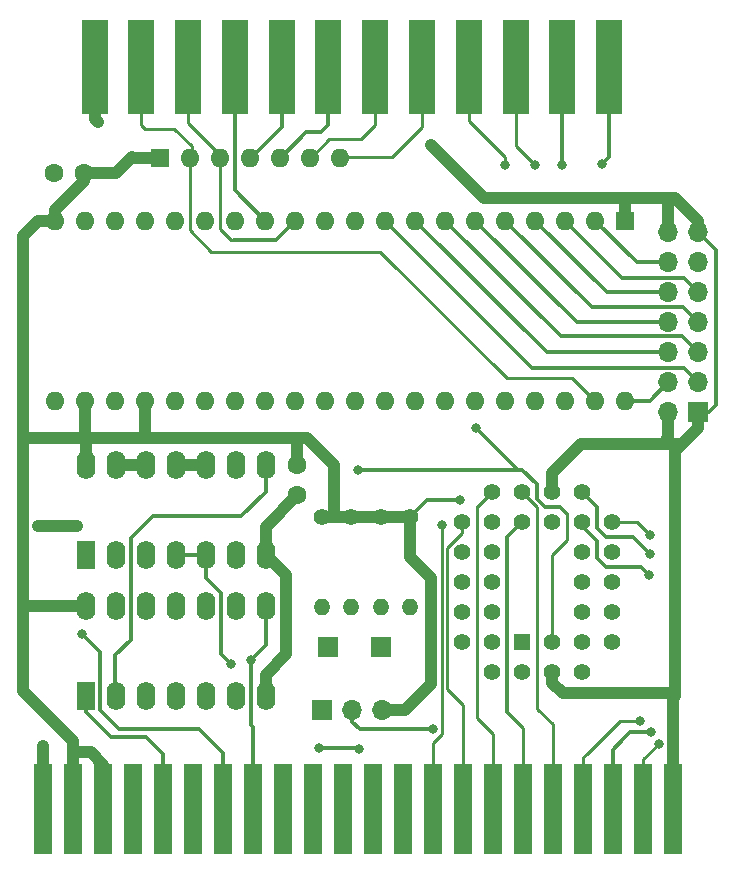
<source format=gbr>
%TF.GenerationSoftware,KiCad,Pcbnew,8.0.4*%
%TF.CreationDate,2024-08-11T23:39:21-04:00*%
%TF.ProjectId,RTC-Link2p,5254432d-4c69-46e6-9b32-702e6b696361,rev?*%
%TF.SameCoordinates,Original*%
%TF.FileFunction,Copper,L1,Top*%
%TF.FilePolarity,Positive*%
%FSLAX46Y46*%
G04 Gerber Fmt 4.6, Leading zero omitted, Abs format (unit mm)*
G04 Created by KiCad (PCBNEW 8.0.4) date 2024-08-11 23:39:21*
%MOMM*%
%LPD*%
G01*
G04 APERTURE LIST*
%TA.AperFunction,ComponentPad*%
%ADD10C,1.400000*%
%TD*%
%TA.AperFunction,ComponentPad*%
%ADD11O,1.400000X1.400000*%
%TD*%
%TA.AperFunction,ComponentPad*%
%ADD12R,1.600000X2.400000*%
%TD*%
%TA.AperFunction,ComponentPad*%
%ADD13O,1.600000X2.400000*%
%TD*%
%TA.AperFunction,ComponentPad*%
%ADD14R,1.600000X1.600000*%
%TD*%
%TA.AperFunction,ComponentPad*%
%ADD15O,1.600000X1.600000*%
%TD*%
%TA.AperFunction,ConnectorPad*%
%ADD16R,1.524000X7.620000*%
%TD*%
%TA.AperFunction,ComponentPad*%
%ADD17R,1.700000X1.700000*%
%TD*%
%TA.AperFunction,ComponentPad*%
%ADD18O,1.700000X1.700000*%
%TD*%
%TA.AperFunction,ComponentPad*%
%ADD19C,1.600000*%
%TD*%
%TA.AperFunction,ComponentPad*%
%ADD20R,1.422400X1.422400*%
%TD*%
%TA.AperFunction,ComponentPad*%
%ADD21C,1.422400*%
%TD*%
%TA.AperFunction,ConnectorPad*%
%ADD22R,2.286000X8.000000*%
%TD*%
%TA.AperFunction,ViaPad*%
%ADD23C,0.800000*%
%TD*%
%TA.AperFunction,Conductor*%
%ADD24C,1.000000*%
%TD*%
%TA.AperFunction,Conductor*%
%ADD25C,0.300000*%
%TD*%
%TA.AperFunction,Conductor*%
%ADD26C,0.250000*%
%TD*%
G04 APERTURE END LIST*
D10*
%TO.P,R10,1*%
%TO.N,5V*%
X149250000Y-88250000D03*
D11*
%TO.P,R10,2*%
%TO.N,Net-(J2-Pin_1)*%
X149250000Y-95870000D03*
%TD*%
D12*
%TO.P,U2,1*%
%TO.N,R{slash}~{W}*%
X129260000Y-103460000D03*
D13*
%TO.P,U2,2*%
%TO.N,Net-(U2-Pad2)*%
X131800000Y-103460000D03*
%TO.P,U2,3*%
%TO.N,Net-(J2-Pin_1)*%
X134340000Y-103460000D03*
%TO.P,U2,4*%
%TO.N,A15*%
X136880000Y-103460000D03*
%TO.P,U2,5*%
%TO.N,A14*%
X139420000Y-103460000D03*
%TO.P,U2,6*%
%TO.N,A13*%
X141960000Y-103460000D03*
%TO.P,U2,7,GND*%
%TO.N,GND*%
X144500000Y-103460000D03*
%TO.P,U2,8*%
%TO.N,~{GAME}*%
X144500000Y-95840000D03*
%TO.P,U2,9*%
%TO.N,N/C*%
X141960000Y-95840000D03*
%TO.P,U2,10*%
X139420000Y-95840000D03*
%TO.P,U2,11*%
%TO.N,Net-(U2-Pad11)*%
X136880000Y-95840000D03*
%TO.P,U2,12*%
%TO.N,5V*%
X134340000Y-95840000D03*
%TO.P,U2,13*%
%TO.N,N/C*%
X131800000Y-95840000D03*
%TO.P,U2,14,VCC*%
%TO.N,5V*%
X129260000Y-95840000D03*
%TD*%
D14*
%TO.P,U1,1,VSS*%
%TO.N,GND*%
X174925000Y-63165000D03*
D15*
%TO.P,U1,2,PA0*%
%TO.N,PA0*%
X172385000Y-63165000D03*
%TO.P,U1,3,PA1*%
%TO.N,PA1*%
X169845000Y-63165000D03*
%TO.P,U1,4,PA2*%
%TO.N,PA2*%
X167305000Y-63165000D03*
%TO.P,U1,5,PA3*%
%TO.N,PA3*%
X164765000Y-63165000D03*
%TO.P,U1,6,PA4*%
%TO.N,PA4*%
X162225000Y-63165000D03*
%TO.P,U1,7,PA5*%
%TO.N,PA5*%
X159685000Y-63165000D03*
%TO.P,U1,8,PA6*%
%TO.N,PA6*%
X157145000Y-63165000D03*
%TO.P,U1,9,PA7*%
%TO.N,PA7*%
X154605000Y-63165000D03*
%TO.P,U1,10,PB0*%
%TO.N,PB0*%
X152065000Y-63165000D03*
%TO.P,U1,11,PB1*%
%TO.N,PB1*%
X149525000Y-63165000D03*
%TO.P,U1,12,PB2*%
%TO.N,PB2*%
X146985000Y-63165000D03*
%TO.P,U1,13,PB3*%
%TO.N,PB3*%
X144445000Y-63165000D03*
%TO.P,U1,14,PB4*%
%TO.N,PB4*%
X141905000Y-63165000D03*
%TO.P,U1,15,PB5*%
%TO.N,PB5*%
X139365000Y-63165000D03*
%TO.P,U1,16,PB6*%
%TO.N,PB6*%
X136825000Y-63165000D03*
%TO.P,U1,17,PB7*%
%TO.N,PB7*%
X134285000Y-63165000D03*
%TO.P,U1,18,CB1*%
%TO.N,unconnected-(U1-CB1-Pad18)*%
X131745000Y-63165000D03*
%TO.P,U1,19,CB2*%
%TO.N,unconnected-(U1-CB2-Pad19)*%
X129205000Y-63165000D03*
%TO.P,U1,20,VCC*%
%TO.N,5V*%
X126665000Y-63165000D03*
%TO.P,U1,21,R/~{W}*%
%TO.N,R{slash}~{W}*%
X126665000Y-78405000D03*
%TO.P,U1,22,CS0*%
%TO.N,5V*%
X129205000Y-78405000D03*
%TO.P,U1,23,~{CS2}*%
%TO.N,~{IO1}*%
X131745000Y-78405000D03*
%TO.P,U1,24,CS1*%
%TO.N,5V*%
X134285000Y-78405000D03*
%TO.P,U1,25,ENABLE*%
%TO.N,PHI2*%
X136825000Y-78405000D03*
%TO.P,U1,26,D7*%
%TO.N,D7*%
X139365000Y-78405000D03*
%TO.P,U1,27,D6*%
%TO.N,D6*%
X141905000Y-78405000D03*
%TO.P,U1,28,D5*%
%TO.N,D5*%
X144445000Y-78405000D03*
%TO.P,U1,29,D4*%
%TO.N,D4*%
X146985000Y-78405000D03*
%TO.P,U1,30,D3*%
%TO.N,D3*%
X149525000Y-78405000D03*
%TO.P,U1,31,D2*%
%TO.N,D2*%
X152065000Y-78405000D03*
%TO.P,U1,32,D1*%
%TO.N,D1*%
X154605000Y-78405000D03*
%TO.P,U1,33,D0*%
%TO.N,D0*%
X157145000Y-78405000D03*
%TO.P,U1,34,~{RESET}*%
%TO.N,~{RESET}*%
X159685000Y-78405000D03*
%TO.P,U1,35,RS1*%
%TO.N,A1*%
X162225000Y-78405000D03*
%TO.P,U1,36,RS0*%
%TO.N,A0*%
X164765000Y-78405000D03*
%TO.P,U1,37,~{IRQB}*%
%TO.N,unconnected-(U1-~{IRQB}-Pad37)*%
X167305000Y-78405000D03*
%TO.P,U1,38,~{IRQA}*%
%TO.N,unconnected-(U1-~{IRQA}-Pad38)*%
X169845000Y-78405000D03*
%TO.P,U1,39,CA2*%
%TO.N,CA2*%
X172385000Y-78405000D03*
%TO.P,U1,40,CA1*%
%TO.N,CA1*%
X174925000Y-78405000D03*
%TD*%
D16*
%TO.P,P1,1,GND*%
%TO.N,GND*%
X125660000Y-113000000D03*
%TO.P,P1,2,+5V*%
%TO.N,5V*%
X128200000Y-113000000D03*
%TO.P,P1,3,+5V*%
X130740000Y-113000000D03*
%TO.P,P1,4,~{IRQ}*%
%TO.N,~{IRQ}*%
X133280000Y-113000000D03*
%TO.P,P1,5,R/~{W}*%
%TO.N,R{slash}~{W}*%
X135820000Y-113000000D03*
%TO.P,P1,6,DOTCLK*%
%TO.N,unconnected-(P1-DOTCLK-Pad6)*%
X138360000Y-113000000D03*
%TO.P,P1,7,~{I/O1}*%
%TO.N,~{IO1}*%
X140900000Y-113000000D03*
%TO.P,P1,8,~{GAME}*%
%TO.N,~{GAME}*%
X143440000Y-113000000D03*
%TO.P,P1,9,~{EXROM}*%
%TO.N,unconnected-(P1-~{EXROM}-Pad9)*%
X145980000Y-113000000D03*
%TO.P,P1,10,~{I/O2}*%
%TO.N,unconnected-(P1-~{I{slash}O2}-Pad10)*%
X148520000Y-113000000D03*
%TO.P,P1,11,~{ROML}*%
%TO.N,unconnected-(P1-~{ROML}-Pad11)*%
X151060000Y-113000000D03*
%TO.P,P1,12,BA*%
%TO.N,unconnected-(P1-BA-Pad12)*%
X153600000Y-113000000D03*
%TO.P,P1,13,~{DMA}*%
%TO.N,unconnected-(P1-~{DMA}-Pad13)*%
X156140000Y-113000000D03*
%TO.P,P1,14,D7*%
%TO.N,D7*%
X158680000Y-113000000D03*
%TO.P,P1,15,D6*%
%TO.N,D6*%
X161220000Y-113000000D03*
%TO.P,P1,16,D5*%
%TO.N,D5*%
X163760000Y-113000000D03*
%TO.P,P1,17,D4*%
%TO.N,D4*%
X166300000Y-113000000D03*
%TO.P,P1,18,D3*%
%TO.N,D3*%
X168840000Y-113000000D03*
%TO.P,P1,19,D2*%
%TO.N,D2*%
X171380000Y-113000000D03*
%TO.P,P1,20,D1*%
%TO.N,D1*%
X173920000Y-113000000D03*
%TO.P,P1,21,D0*%
%TO.N,D0*%
X176460000Y-113000000D03*
%TO.P,P1,22,GND*%
%TO.N,GND*%
X179000000Y-113000000D03*
%TD*%
D17*
%TO.P,J4,1,Pin_1*%
%TO.N,GND*%
X149301200Y-104622600D03*
D18*
%TO.P,J4,2,Pin_2*%
%TO.N,Net-(J4-Pin_2)*%
X151841200Y-104622600D03*
%TO.P,J4,3,Pin_3*%
%TO.N,5V*%
X154381200Y-104622600D03*
%TD*%
D17*
%TO.P,J3,1,Pin_1*%
%TO.N,Net-(J3-Pin_1)*%
X154250000Y-99245000D03*
%TD*%
D19*
%TO.P,C1,1*%
%TO.N,5V*%
X129100000Y-59100000D03*
%TO.P,C1,2*%
%TO.N,GND*%
X126600000Y-59100000D03*
%TD*%
D10*
%TO.P,R7,1*%
%TO.N,5V*%
X151750000Y-88250000D03*
D11*
%TO.P,R7,2*%
%TO.N,Net-(J3-Pin_1)*%
X151750000Y-95870000D03*
%TD*%
D14*
%TO.P,RN1,1,common*%
%TO.N,5V*%
X135559800Y-57835800D03*
D15*
%TO.P,RN1,2,R1*%
%TO.N,CA2*%
X138099800Y-57835800D03*
%TO.P,RN1,3,R2*%
%TO.N,PB2*%
X140639800Y-57835800D03*
%TO.P,RN1,4,R3*%
%TO.N,PB7*%
X143179800Y-57835800D03*
%TO.P,RN1,5,R4*%
%TO.N,PB6*%
X145719800Y-57835800D03*
%TO.P,RN1,6,R5*%
%TO.N,PB5*%
X148259800Y-57835800D03*
%TO.P,RN1,7,R6*%
%TO.N,PB4*%
X150799800Y-57835800D03*
%TD*%
D17*
%TO.P,J1,1,Pin_1*%
%TO.N,GND*%
X181100000Y-79400000D03*
D18*
%TO.P,J1,2,Pin_2*%
X178560000Y-79400000D03*
%TO.P,J1,3,Pin_3*%
%TO.N,PA7*%
X181100000Y-76860000D03*
%TO.P,J1,4,Pin_4*%
%TO.N,CA1*%
X178560000Y-76860000D03*
%TO.P,J1,5,Pin_5*%
%TO.N,PA5*%
X181100000Y-74320000D03*
%TO.P,J1,6,Pin_6*%
%TO.N,PA6*%
X178560000Y-74320000D03*
%TO.P,J1,7,Pin_7*%
%TO.N,PA3*%
X181100000Y-71780000D03*
%TO.P,J1,8,Pin_8*%
%TO.N,PA4*%
X178560000Y-71780000D03*
%TO.P,J1,9,Pin_9*%
%TO.N,PA1*%
X181100000Y-69240000D03*
%TO.P,J1,10,Pin_10*%
%TO.N,PA2*%
X178560000Y-69240000D03*
%TO.P,J1,11,Pin_11*%
%TO.N,PB1*%
X181100000Y-66700000D03*
%TO.P,J1,12,Pin_12*%
%TO.N,PA0*%
X178560000Y-66700000D03*
%TO.P,J1,13,Pin_13*%
%TO.N,GND*%
X181100000Y-64160000D03*
%TO.P,J1,14,Pin_14*%
X178560000Y-64160000D03*
%TD*%
D20*
%TO.P,U5,1,NC*%
%TO.N,unconnected-(U5-NC-Pad1)*%
X166235000Y-98830000D03*
D21*
%TO.P,U5,2,A15*%
%TO.N,GND*%
X168775000Y-101370000D03*
%TO.P,U5,3,A12*%
%TO.N,PB0*%
X168775000Y-98830000D03*
%TO.P,U5,4,A7*%
%TO.N,A7*%
X171315000Y-101370000D03*
%TO.P,U5,5,A6*%
%TO.N,A6*%
X173855000Y-98830000D03*
%TO.P,U5,6,A5*%
%TO.N,A5*%
X171315000Y-98830000D03*
%TO.P,U5,7,A4*%
%TO.N,A4*%
X173855000Y-96290000D03*
%TO.P,U5,8,A3*%
%TO.N,A3*%
X171315000Y-96290000D03*
%TO.P,U5,9,A2*%
%TO.N,A2*%
X173855000Y-93750000D03*
%TO.P,U5,10,A1*%
%TO.N,A1*%
X171315000Y-93750000D03*
%TO.P,U5,11,A0*%
%TO.N,A0*%
X173855000Y-91210000D03*
%TO.P,U5,12,NC*%
%TO.N,unconnected-(U5-NC-Pad12)*%
X171315000Y-91210000D03*
%TO.P,U5,13,O0*%
%TO.N,D0*%
X173855000Y-88670000D03*
%TO.P,U5,14,O1*%
%TO.N,D1*%
X171315000Y-86130000D03*
%TO.P,U5,15,O2*%
%TO.N,D2*%
X171315000Y-88670000D03*
%TO.P,U5,16,GND*%
%TO.N,GND*%
X168775000Y-86130000D03*
%TO.P,U5,17,NC*%
%TO.N,unconnected-(U5-NC-Pad17)*%
X168775000Y-88670000D03*
%TO.P,U5,18,O3*%
%TO.N,D3*%
X166235000Y-86130000D03*
%TO.P,U5,19,O4*%
%TO.N,D4*%
X166235000Y-88670000D03*
%TO.P,U5,20,O5*%
%TO.N,D5*%
X163695000Y-86130000D03*
%TO.P,U5,21,O6*%
%TO.N,D6*%
X161155000Y-88670000D03*
%TO.P,U5,22,O7*%
%TO.N,D7*%
X163695000Y-88670000D03*
%TO.P,U5,23,~{CE}*%
%TO.N,~{GAME}*%
X161155000Y-91210000D03*
%TO.P,U5,24,A10*%
%TO.N,A10*%
X163695000Y-91210000D03*
%TO.P,U5,25,~{OE}/VPP*%
%TO.N,~{GAME}*%
X161155000Y-93750000D03*
%TO.P,U5,26,NC*%
%TO.N,unconnected-(U5-NC-Pad26)*%
X163695000Y-93750000D03*
%TO.P,U5,27,A11*%
%TO.N,A11*%
X161155000Y-96290000D03*
%TO.P,U5,28,A9*%
%TO.N,A9*%
X163695000Y-96290000D03*
%TO.P,U5,29,A8*%
%TO.N,A8*%
X161155000Y-98830000D03*
%TO.P,U5,30,A13*%
%TO.N,Net-(J4-Pin_2)*%
X163695000Y-101370000D03*
%TO.P,U5,31,A14*%
%TO.N,GND*%
X163695000Y-98830000D03*
%TO.P,U5,32,VCC*%
%TO.N,5V*%
X166235000Y-101370000D03*
%TD*%
D19*
%TO.P,C2,1*%
%TO.N,5V*%
X147200000Y-83900000D03*
%TO.P,C2,2*%
%TO.N,GND*%
X147200000Y-86400000D03*
%TD*%
D17*
%TO.P,J2,1,Pin_1*%
%TO.N,Net-(J2-Pin_1)*%
X149750000Y-99245000D03*
%TD*%
D22*
%TO.P,CN1,1*%
%TO.N,PA0*%
X173585000Y-50200000D03*
%TO.P,CN1,2*%
%TO.N,PA1*%
X169625000Y-50200000D03*
%TO.P,CN1,3*%
%TO.N,PA2*%
X165665000Y-50200000D03*
%TO.P,CN1,4*%
%TO.N,PA3*%
X161705000Y-50200000D03*
%TO.P,CN1,5*%
%TO.N,PB4*%
X157745000Y-50200000D03*
%TO.P,CN1,6*%
%TO.N,PB5*%
X153785000Y-50200000D03*
%TO.P,CN1,7*%
%TO.N,PB6*%
X149825000Y-50200000D03*
%TO.P,CN1,8*%
%TO.N,PB7*%
X145865000Y-50200000D03*
%TO.P,CN1,9*%
%TO.N,PB3*%
X141905000Y-50200000D03*
%TO.P,CN1,10*%
%TO.N,PB2*%
X137945000Y-50200000D03*
%TO.P,CN1,11*%
%TO.N,CA2*%
X133985000Y-50200000D03*
%TO.P,CN1,12*%
%TO.N,GND*%
X130025000Y-50200000D03*
%TD*%
D10*
%TO.P,R9,1*%
%TO.N,5V*%
X156750000Y-88250000D03*
D11*
%TO.P,R9,2*%
%TO.N,PHI2*%
X156750000Y-95870000D03*
%TD*%
D10*
%TO.P,R8,1*%
%TO.N,5V*%
X154250000Y-88250000D03*
D11*
%TO.P,R8,2*%
%TO.N,Net-(J3-Pin_1)*%
X154250000Y-95870000D03*
%TD*%
D12*
%TO.P,U3,1*%
%TO.N,unconnected-(U3-Pad1)*%
X129260000Y-91460000D03*
D13*
%TO.P,U3,2*%
%TO.N,unconnected-(U3-Pad2)*%
X131800000Y-91460000D03*
%TO.P,U3,3*%
%TO.N,unconnected-(U3-Pad3)*%
X134340000Y-91460000D03*
%TO.P,U3,4*%
%TO.N,A12*%
X136880000Y-91460000D03*
%TO.P,U3,5*%
X139420000Y-91460000D03*
%TO.P,U3,6*%
%TO.N,Net-(U2-Pad11)*%
X141960000Y-91460000D03*
%TO.P,U3,7,GND*%
%TO.N,GND*%
X144500000Y-91460000D03*
%TO.P,U3,8*%
%TO.N,Net-(U2-Pad2)*%
X144500000Y-83840000D03*
%TO.P,U3,9*%
%TO.N,PB0*%
X141960000Y-83840000D03*
%TO.P,U3,10*%
%TO.N,Net-(U3-Pad10)*%
X139420000Y-83840000D03*
%TO.P,U3,11*%
X136880000Y-83840000D03*
%TO.P,U3,12*%
%TO.N,Net-(J3-Pin_1)*%
X134340000Y-83840000D03*
%TO.P,U3,13*%
X131800000Y-83840000D03*
%TO.P,U3,14,VCC*%
%TO.N,5V*%
X129260000Y-83840000D03*
%TD*%
D23*
%TO.N,~{IO1}*%
X128960000Y-98160000D03*
%TO.N,GND*%
X125200000Y-89000000D03*
X179000000Y-108000000D03*
X158500000Y-56750000D03*
X130302000Y-54864000D03*
X128600000Y-88960000D03*
X125660000Y-107750000D03*
%TO.N,5V*%
X160985200Y-86868000D03*
%TO.N,D7*%
X159461200Y-88976200D03*
%TO.N,D2*%
X176200000Y-105500000D03*
X177000000Y-93200000D03*
%TO.N,D1*%
X177100000Y-106500000D03*
X177038000Y-91389200D03*
%TO.N,D0*%
X177038500Y-89788500D03*
X177775000Y-107475000D03*
%TO.N,A12*%
X141542200Y-100748400D03*
%TO.N,A11*%
X149047200Y-107848400D03*
X152450800Y-107924600D03*
%TO.N,PA0*%
X172948600Y-58394600D03*
%TO.N,PA1*%
X169621200Y-58470800D03*
%TO.N,PA2*%
X167305000Y-58470800D03*
%TO.N,PA3*%
X164765000Y-58496200D03*
%TO.N,PB0*%
X162329182Y-80723418D03*
X152300000Y-84250000D03*
%TO.N,~{GAME}*%
X143260000Y-100355400D03*
%TO.N,Net-(J4-Pin_2)*%
X158692600Y-106248200D03*
%TD*%
D24*
%TO.N,GND*%
X178943200Y-103200000D02*
X179171600Y-103428400D01*
X176530000Y-103200000D02*
X178943200Y-103200000D01*
X176530000Y-103200000D02*
X169646400Y-103200000D01*
X179171600Y-103428400D02*
X179000000Y-103600000D01*
X179171600Y-100888800D02*
X179171600Y-103428400D01*
X179171600Y-100888800D02*
X179171600Y-82651600D01*
X179171600Y-101771600D02*
X179171600Y-100888800D01*
X179171600Y-82651600D02*
X179730400Y-82092800D01*
X179000000Y-108000000D02*
X179000000Y-103600000D01*
D25*
%TO.N,Net-(J4-Pin_2)*%
X151841200Y-105585400D02*
X151841200Y-104622600D01*
X151840000Y-105586600D02*
X151841200Y-105585400D01*
D24*
%TO.N,5V*%
X156260800Y-104622600D02*
X154381200Y-104622600D01*
X156286200Y-104648000D02*
X156260800Y-104622600D01*
X158546800Y-99745800D02*
X158546800Y-102387400D01*
X158546800Y-102387400D02*
X156286200Y-104648000D01*
X158546800Y-99745800D02*
X158546800Y-93446600D01*
X158546800Y-100457000D02*
X158546800Y-99745800D01*
D25*
%TO.N,Net-(J4-Pin_2)*%
X152501600Y-106248200D02*
X151840000Y-105586600D01*
X158692600Y-106248200D02*
X152501600Y-106248200D01*
%TO.N,A11*%
X152349200Y-107823000D02*
X152450800Y-107924600D01*
X149072600Y-107823000D02*
X152349200Y-107823000D01*
X149047200Y-107848400D02*
X149072600Y-107823000D01*
D24*
%TO.N,5V*%
X133193000Y-57835800D02*
X135559800Y-57835800D01*
X133157200Y-57800000D02*
X133193000Y-57835800D01*
D26*
%TO.N,PB2*%
X140639800Y-63855600D02*
X141574200Y-64790000D01*
X140639800Y-57940200D02*
X140639800Y-63855600D01*
X140780000Y-57800000D02*
X140639800Y-57940200D01*
X140780000Y-57772800D02*
X140780000Y-57800000D01*
X137945000Y-54937800D02*
X140780000Y-57772800D01*
X141574200Y-64790000D02*
X141800000Y-64790000D01*
X137945000Y-50200000D02*
X137945000Y-54937800D01*
D25*
%TO.N,PB3*%
X141884400Y-60604400D02*
X144445000Y-63165000D01*
X141884400Y-50220600D02*
X141884400Y-60604400D01*
X141905000Y-50200000D02*
X141884400Y-50220600D01*
D26*
%TO.N,CA2*%
X170480000Y-76500000D02*
X172385000Y-78405000D01*
X164942800Y-76500000D02*
X170480000Y-76500000D01*
X154232800Y-65790000D02*
X164942800Y-76500000D01*
X138240000Y-56883800D02*
X138240000Y-57800000D01*
X136756200Y-55400000D02*
X138240000Y-56883800D01*
X138240000Y-57800000D02*
X138099800Y-57940200D01*
X138099800Y-57940200D02*
X138099800Y-64008000D01*
X134300000Y-55400000D02*
X136756200Y-55400000D01*
X138099800Y-64008000D02*
X139881800Y-65790000D01*
X133985000Y-50200000D02*
X133985000Y-55085000D01*
X133985000Y-55085000D02*
X134300000Y-55400000D01*
X139881800Y-65790000D02*
X154232800Y-65790000D01*
D24*
%TO.N,GND*%
X174925000Y-61270600D02*
X174925000Y-63165000D01*
X174904400Y-61250000D02*
X174925000Y-61270600D01*
X174904400Y-61250000D02*
X178587400Y-61250000D01*
X174305400Y-61250000D02*
X174904400Y-61250000D01*
D25*
%TO.N,PA1*%
X169625000Y-58467000D02*
X169625000Y-50200000D01*
X169621200Y-58470800D02*
X169625000Y-58467000D01*
D26*
%TO.N,PA2*%
X165665000Y-56830800D02*
X165665000Y-50200000D01*
X167305000Y-58470800D02*
X165665000Y-56830800D01*
%TO.N,PA3*%
X161705000Y-54705000D02*
X161705000Y-50200000D01*
X164765000Y-57765000D02*
X161705000Y-54705000D01*
X164765000Y-58496200D02*
X164765000Y-57765000D01*
D25*
%TO.N,PA0*%
X173585000Y-57758200D02*
X173585000Y-50200000D01*
X172948600Y-58394600D02*
X173585000Y-57758200D01*
D26*
%TO.N,D3*%
X168840000Y-105822600D02*
X168840000Y-113000000D01*
X167513000Y-104495600D02*
X168840000Y-105822600D01*
X167513000Y-87408000D02*
X167513000Y-104495600D01*
X166235000Y-86130000D02*
X167513000Y-87408000D01*
%TO.N,D4*%
X166300000Y-106155200D02*
X166300000Y-113000000D01*
X165173800Y-105029000D02*
X166300000Y-106155200D01*
D25*
%TO.N,A12*%
X139420000Y-93420600D02*
X139420000Y-91460000D01*
X140690600Y-94691200D02*
X139420000Y-93420600D01*
X140690600Y-99896800D02*
X140690600Y-94691200D01*
X141542200Y-100748400D02*
X140690600Y-99896800D01*
%TO.N,~{IO1}*%
X130505200Y-104597200D02*
X130505200Y-99705200D01*
X130505200Y-99705200D02*
X128960000Y-98160000D01*
X140900000Y-108210200D02*
X138887200Y-106197400D01*
X132105400Y-106197400D02*
X130505200Y-104597200D01*
X140900000Y-113000000D02*
X140900000Y-108210200D01*
X138887200Y-106197400D02*
X132105400Y-106197400D01*
D24*
%TO.N,5V*%
X158546800Y-93446600D02*
X156750000Y-91649800D01*
X156750000Y-91649800D02*
X156750000Y-88250000D01*
D25*
X158132000Y-86868000D02*
X156750000Y-88250000D01*
X160985200Y-86868000D02*
X158132000Y-86868000D01*
D26*
%TO.N,D5*%
X163760000Y-106610000D02*
X163760000Y-113000000D01*
X162407600Y-105257600D02*
X163760000Y-106610000D01*
X162474400Y-87350600D02*
X162433000Y-87350600D01*
X162433000Y-87350600D02*
X162407600Y-87376000D01*
X162407600Y-87376000D02*
X162407600Y-105257600D01*
X163695000Y-86130000D02*
X162474400Y-87350600D01*
D25*
%TO.N,D4*%
X164947600Y-104802800D02*
X164947600Y-89957400D01*
X164947600Y-89957400D02*
X166235000Y-88670000D01*
X165173800Y-105029000D02*
X164947600Y-104802800D01*
%TO.N,R{slash}~{W}*%
X131408600Y-106908600D02*
X129260000Y-104760000D01*
X134408600Y-106908600D02*
X131408600Y-106908600D01*
X135820000Y-108320000D02*
X134408600Y-106908600D01*
X135820000Y-113000000D02*
X135820000Y-108320000D01*
X129260000Y-104760000D02*
X129260000Y-103460000D01*
%TO.N,D2*%
X173322800Y-92500000D02*
X176300000Y-92500000D01*
X172593000Y-91770200D02*
X173322800Y-92500000D01*
X172593000Y-90271600D02*
X172593000Y-91770200D01*
X171315000Y-88993600D02*
X172593000Y-90271600D01*
X171315000Y-88670000D02*
X171315000Y-88993600D01*
D26*
%TO.N,D0*%
X175920000Y-88670000D02*
X173855000Y-88670000D01*
X177038500Y-89788500D02*
X175920000Y-88670000D01*
D25*
%TO.N,D1*%
X173329600Y-89941400D02*
X172593000Y-89204800D01*
X175590200Y-89941400D02*
X173329600Y-89941400D01*
X172593000Y-87408000D02*
X171315000Y-86130000D01*
X177038000Y-91389200D02*
X175590200Y-89941400D01*
X172593000Y-89204800D02*
X172593000Y-87408000D01*
%TO.N,Net-(U2-Pad2)*%
X131775200Y-103435200D02*
X131800000Y-103460000D01*
X133070600Y-98653600D02*
X131775200Y-99949000D01*
X142460000Y-88160000D02*
X134950000Y-88160000D01*
X133070600Y-90039400D02*
X133070600Y-98653600D01*
X144500000Y-86120000D02*
X142460000Y-88160000D01*
X134950000Y-88160000D02*
X133070600Y-90039400D01*
X131775200Y-99949000D02*
X131775200Y-103435200D01*
X144500000Y-83840000D02*
X144500000Y-86120000D01*
%TO.N,~{GAME}*%
X144500000Y-99136800D02*
X144500000Y-95840000D01*
X143281400Y-100355400D02*
X144500000Y-99136800D01*
X143260000Y-100355400D02*
X143281400Y-100355400D01*
D24*
%TO.N,GND*%
X144500000Y-101651400D02*
X144500000Y-103460000D01*
X146253200Y-93213200D02*
X146253200Y-99898200D01*
X144500000Y-91460000D02*
X146253200Y-93213200D01*
X146253200Y-99898200D02*
X144500000Y-101651400D01*
X178560000Y-81536000D02*
X178560000Y-79400000D01*
X178485800Y-82092800D02*
X179730400Y-82092800D01*
X178485800Y-82092800D02*
X178485800Y-81610200D01*
X171246800Y-82092800D02*
X178485800Y-82092800D01*
X178485800Y-81610200D02*
X178560000Y-81536000D01*
X181100000Y-80723200D02*
X181100000Y-79400000D01*
X179730400Y-82092800D02*
X181100000Y-80723200D01*
X168775000Y-84564600D02*
X171246800Y-82092800D01*
X168775000Y-86130000D02*
X168775000Y-84564600D01*
D26*
%TO.N,PB0*%
X168750000Y-97500000D02*
X168775000Y-97525000D01*
X168750000Y-91473000D02*
X168750000Y-97500000D01*
X170000000Y-90223000D02*
X168750000Y-91473000D01*
X168775000Y-97525000D02*
X168775000Y-98830000D01*
X170000000Y-88000000D02*
X170000000Y-90223000D01*
D25*
X168198800Y-87401400D02*
X169401400Y-87401400D01*
X169401400Y-87401400D02*
X170000000Y-88000000D01*
X167500000Y-86702600D02*
X168198800Y-87401400D01*
X167500000Y-85508800D02*
X167500000Y-86702600D01*
X165855764Y-84250000D02*
X166241200Y-84250000D01*
X166241200Y-84250000D02*
X167500000Y-85508800D01*
D24*
%TO.N,5V*%
X148013400Y-81600000D02*
X147320000Y-81600000D01*
X150313400Y-83900000D02*
X148013400Y-81600000D01*
X147200000Y-81720000D02*
X147320000Y-81600000D01*
X147200000Y-83900000D02*
X147200000Y-81720000D01*
X144957800Y-81600000D02*
X147320000Y-81600000D01*
D26*
%TO.N,D7*%
X158680000Y-107385000D02*
X158680000Y-113000000D01*
X159417600Y-106647400D02*
X158680000Y-107385000D01*
X159461200Y-88976200D02*
X159417600Y-89019800D01*
X159417600Y-89019800D02*
X159417600Y-106647400D01*
D24*
%TO.N,5V*%
X128200000Y-107219600D02*
X124000000Y-103019600D01*
X128200000Y-108200000D02*
X128200000Y-107219600D01*
X124000000Y-103019600D02*
X124000000Y-96000000D01*
%TO.N,GND*%
X128500000Y-89000000D02*
X125200000Y-89000000D01*
%TO.N,5V*%
X150325000Y-83888400D02*
X150313400Y-83900000D01*
X150325000Y-83888400D02*
X150325000Y-88232400D01*
X150342600Y-88250000D02*
X151750000Y-88250000D01*
X149250000Y-88250000D02*
X150342600Y-88250000D01*
X150325000Y-88232400D02*
X150342600Y-88250000D01*
X134400000Y-81600000D02*
X144957800Y-81600000D01*
X131857200Y-59100000D02*
X129100000Y-59100000D01*
X133157200Y-57800000D02*
X131857200Y-59100000D01*
D25*
%TO.N,PB0*%
X162329182Y-80723418D02*
X165855764Y-84250000D01*
D26*
%TO.N,D6*%
X159867600Y-90912705D02*
X161155000Y-89625305D01*
X159867600Y-102867600D02*
X159867600Y-90912705D01*
X161220000Y-104220000D02*
X159867600Y-102867600D01*
X161220000Y-113000000D02*
X161220000Y-104220000D01*
X161155000Y-89625305D02*
X161155000Y-88670000D01*
D25*
%TO.N,~{GAME}*%
X143260000Y-105860000D02*
X143440000Y-106040000D01*
X143440000Y-106040000D02*
X143440000Y-113000000D01*
X143260000Y-100355400D02*
X143260000Y-105860000D01*
D24*
%TO.N,GND*%
X130025000Y-54587000D02*
X130025000Y-50200000D01*
X130302000Y-54864000D02*
X130025000Y-54587000D01*
%TO.N,5V*%
X124000000Y-64439800D02*
X124000000Y-81610200D01*
X126665000Y-63165000D02*
X125274800Y-63165000D01*
X125274800Y-63165000D02*
X124000000Y-64439800D01*
%TO.N,GND*%
X178560000Y-61277400D02*
X178587400Y-61250000D01*
X178560000Y-64160000D02*
X178560000Y-61277400D01*
X178587400Y-61250000D02*
X179131400Y-61250000D01*
X181100000Y-63218600D02*
X181100000Y-64160000D01*
X179131400Y-61250000D02*
X181100000Y-63218600D01*
D25*
X182600000Y-78816800D02*
X182016800Y-79400000D01*
X182600000Y-65660000D02*
X182600000Y-78816800D01*
X181100000Y-64160000D02*
X182600000Y-65660000D01*
X182016800Y-79400000D02*
X181100000Y-79400000D01*
D24*
%TO.N,5V*%
X129205000Y-81528600D02*
X129205000Y-78405000D01*
X129133600Y-81600000D02*
X129205000Y-81528600D01*
X129260000Y-81726400D02*
X129260000Y-83840000D01*
X129133600Y-81600000D02*
X129260000Y-81726400D01*
X129133600Y-81600000D02*
X124010200Y-81600000D01*
X130000000Y-81600000D02*
X129133600Y-81600000D01*
X124010200Y-81600000D02*
X124000000Y-81610200D01*
X124000000Y-81610200D02*
X124000000Y-84000000D01*
%TO.N,GND*%
X168775000Y-102328600D02*
X168775000Y-101370000D01*
X169646400Y-103200000D02*
X168775000Y-102328600D01*
%TO.N,5V*%
X126665000Y-62260200D02*
X126665000Y-63165000D01*
X129100000Y-59825200D02*
X126665000Y-62260200D01*
X129100000Y-59100000D02*
X129100000Y-59825200D01*
%TO.N,GND*%
X158500000Y-56750000D02*
X163000000Y-61250000D01*
X163000000Y-61250000D02*
X174305400Y-61250000D01*
X144500000Y-91460000D02*
X144500000Y-89100000D01*
D25*
X125660000Y-107660000D02*
X125660000Y-107750000D01*
D24*
X144500000Y-89100000D02*
X147200000Y-86400000D01*
X125660000Y-107660000D02*
X125660000Y-113000000D01*
X179000000Y-113000000D02*
X179000000Y-108000000D01*
D25*
%TO.N,CA1*%
X177015000Y-78405000D02*
X178560000Y-76860000D01*
X174925000Y-78405000D02*
X177015000Y-78405000D01*
D24*
%TO.N,5V*%
X124000000Y-96000000D02*
X124000000Y-84000000D01*
X130000000Y-81600000D02*
X134400000Y-81600000D01*
X134400000Y-81600000D02*
X134285000Y-81485000D01*
X154250000Y-88250000D02*
X156750000Y-88250000D01*
X128200000Y-108200000D02*
X129700000Y-108200000D01*
X124160000Y-95840000D02*
X129260000Y-95840000D01*
X134285000Y-81485000D02*
X134285000Y-78405000D01*
X151750000Y-88250000D02*
X154250000Y-88250000D01*
X124000000Y-96000000D02*
X124160000Y-95840000D01*
X130740000Y-109240000D02*
X130740000Y-113000000D01*
X128200000Y-113000000D02*
X128200000Y-108200000D01*
X129700000Y-108200000D02*
X130740000Y-109240000D01*
D26*
%TO.N,D2*%
X177000000Y-93200000D02*
X176300000Y-92500000D01*
X171380000Y-113000000D02*
X171380000Y-108620000D01*
X171700000Y-108300000D02*
X172025000Y-107975000D01*
X172025000Y-107975000D02*
X174500000Y-105500000D01*
X174500000Y-105500000D02*
X176200000Y-105500000D01*
X171380000Y-108620000D02*
X171700000Y-108300000D01*
D25*
%TO.N,D1*%
X173920000Y-113000000D02*
X173920000Y-107980000D01*
X174800000Y-107100000D02*
X175400000Y-106500000D01*
X173920000Y-107980000D02*
X174800000Y-107100000D01*
X175400000Y-106500000D02*
X177100000Y-106500000D01*
D26*
%TO.N,D0*%
X176460000Y-108790000D02*
X177775000Y-107475000D01*
X176460000Y-113000000D02*
X176460000Y-108790000D01*
D25*
%TO.N,A12*%
X136880000Y-91460000D02*
X139420000Y-91460000D01*
%TO.N,PA0*%
X175920000Y-66700000D02*
X178560000Y-66700000D01*
X172385000Y-63165000D02*
X175920000Y-66700000D01*
%TO.N,PA1*%
X174720000Y-68040000D02*
X169845000Y-63165000D01*
X181100000Y-69240000D02*
X179900000Y-68040000D01*
X179900000Y-68040000D02*
X174720000Y-68040000D01*
%TO.N,PA2*%
X173380000Y-69240000D02*
X167305000Y-63165000D01*
X178560000Y-69240000D02*
X173380000Y-69240000D01*
%TO.N,PA3*%
X181100000Y-71780000D02*
X179820000Y-70500000D01*
X179820000Y-70500000D02*
X172100000Y-70500000D01*
X172100000Y-70500000D02*
X164765000Y-63165000D01*
%TO.N,PA4*%
X178560000Y-71780000D02*
X170840000Y-71780000D01*
X170840000Y-71780000D02*
X162225000Y-63165000D01*
%TO.N,PA5*%
X169500000Y-72980000D02*
X159685000Y-63165000D01*
X181100000Y-74320000D02*
X179760000Y-72980000D01*
X179760000Y-72980000D02*
X169500000Y-72980000D01*
%TO.N,PA6*%
X178560000Y-74320000D02*
X168300000Y-74320000D01*
X168300000Y-74320000D02*
X157145000Y-63165000D01*
%TO.N,PB0*%
X165855764Y-84250000D02*
X152300000Y-84250000D01*
%TO.N,PB2*%
X145360000Y-64790000D02*
X141800000Y-64790000D01*
X146985000Y-63165000D02*
X145360000Y-64790000D01*
D26*
%TO.N,PB4*%
X157745000Y-55255000D02*
X157745000Y-50200000D01*
X155200000Y-57800000D02*
X150940000Y-57800000D01*
X157745000Y-55255000D02*
X155200000Y-57800000D01*
%TO.N,PB5*%
X152600000Y-56300000D02*
X149900000Y-56300000D01*
X149900000Y-56300000D02*
X148400000Y-57800000D01*
X153785000Y-50200000D02*
X153785000Y-55115000D01*
X153785000Y-55115000D02*
X152600000Y-56300000D01*
D25*
%TO.N,PB6*%
X149825000Y-55075000D02*
X149200000Y-55700000D01*
X149825000Y-50200000D02*
X149825000Y-55075000D01*
X149200000Y-55700000D02*
X147960000Y-55700000D01*
X147960000Y-55700000D02*
X145860000Y-57800000D01*
%TO.N,PB7*%
X145865000Y-50200000D02*
X145865000Y-55255000D01*
X145865000Y-55255000D02*
X143320000Y-57800000D01*
%TO.N,PA7*%
X181100000Y-76860000D02*
X179900000Y-75660000D01*
X179900000Y-75660000D02*
X167100000Y-75660000D01*
X167100000Y-75660000D02*
X154605000Y-63165000D01*
D24*
%TO.N,Net-(U3-Pad10)*%
X136880000Y-83840000D02*
X139420000Y-83840000D01*
%TO.N,Net-(J3-Pin_1)*%
X134340000Y-83840000D02*
X131800000Y-83840000D01*
%TD*%
M02*

</source>
